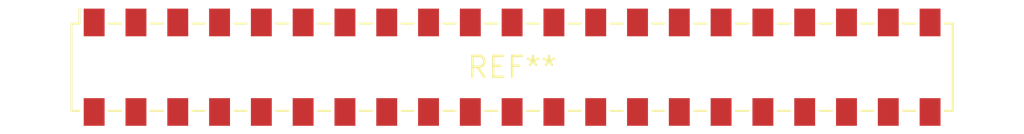
<source format=kicad_pcb>
(kicad_pcb (version 20240108) (generator pcbnew)
  (layers (0 "F.Cu" signal) (31 "B.Cu" signal) (34 "B.Paste" user) (35 "F.Paste" user) (36 "B.SilkS" user "B.Silkscreen") (37 "F.SilkS" user "F.Silkscreen") (38 "B.Mask" user) (39 "F.Mask" user) (44 "Edge.Cuts" user))
  (net 0 "")
  (footprint "Samtec_HLE-121-02-xxx-DV-BE-A_2x21_P2.54mm_Horizontal" (layer "F.Cu") (at 0 0)
    (property "Reference" "REF**")
    (property "Value" "Samtec_HLE-121-02-xxx-DV-BE-A_2x21_P2.54mm_Horizontal")
    (fp_line (start -26.78 -2.65) (end -26.78 2.65) (layer "F.SilkS") (stroke (width 0.12)))
    (fp_line (start -26.78 2.65) (end -26.295 2.65) (layer "F.SilkS") (stroke (width 0.12)))
    (fp_line (start -26.295 -3.56) (end -26.295 -2.65) (layer "F.SilkS") (stroke (width 0.12)))
    (fp_line (start -26.295 -2.65) (end -26.78 -2.65) (layer "F.SilkS") (stroke (width 0.12)))
    (fp_line (start -24.505 -2.65) (end -23.755 -2.65) (layer "F.SilkS") (stroke (width 0.12)))
    (fp_line (start -24.505 2.65) (end -23.755 2.65) (layer "F.SilkS") (stroke (width 0.12)))
    (fp_line (start -21.965 -2.65) (end -21.215 -2.65) (layer "F.SilkS") (stroke (width 0.12)))
    (fp_line (start -21.965 2.65) (end -21.215 2.65) (layer "F.SilkS") (stroke (width 0.12)))
    (fp_line (start -19.425 -2.65) (end -18.675 -2.65) (layer "F.SilkS") (stroke (width 0.12)))
    (fp_line (start -19.425 2.65) (end -18.675 2.65) (layer "F.SilkS") (stroke (width 0.12)))
    (fp_line (start -16.885 -2.65) (end -16.135 -2.65) (layer "F.SilkS") (stroke (width 0.12)))
    (fp_line (start -16.885 2.65) (end -16.135 2.65) (layer "F.SilkS") (stroke (width 0.12)))
    (fp_line (start -14.345 -2.65) (end -13.595 -2.65) (layer "F.SilkS") (stroke (width 0.12)))
    (fp_line (start -14.345 2.65) (end -13.595 2.65) (layer "F.SilkS") (stroke (width 0.12)))
    (fp_line (start -11.805 -2.65) (end -11.055 -2.65) (layer "F.SilkS") (stroke (width 0.12)))
    (fp_line (start -11.805 2.65) (end -11.055 2.65) (layer "F.SilkS") (stroke (width 0.12)))
    (fp_line (start -9.265 -2.65) (end -8.515 -2.65) (layer "F.SilkS") (stroke (width 0.12)))
    (fp_line (start -9.265 2.65) (end -8.515 2.65) (layer "F.SilkS") (stroke (width 0.12)))
    (fp_line (start -6.725 -2.65) (end -5.975 -2.65) (layer "F.SilkS") (stroke (width 0.12)))
    (fp_line (start -6.725 2.65) (end -5.975 2.65) (layer "F.SilkS") (stroke (width 0.12)))
    (fp_line (start -4.185 -2.65) (end -3.435 -2.65) (layer "F.SilkS") (stroke (width 0.12)))
    (fp_line (start -4.185 2.65) (end -3.435 2.65) (layer "F.SilkS") (stroke (width 0.12)))
    (fp_line (start -1.645 -2.65) (end -0.895 -2.65) (layer "F.SilkS") (stroke (width 0.12)))
    (fp_line (start -1.645 2.65) (end -0.895 2.65) (layer "F.SilkS") (stroke (width 0.12)))
    (fp_line (start 0.895 -2.65) (end 1.645 -2.65) (layer "F.SilkS") (stroke (width 0.12)))
    (fp_line (start 0.895 2.65) (end 1.645 2.65) (layer "F.SilkS") (stroke (width 0.12)))
    (fp_line (start 3.435 -2.65) (end 4.185 -2.65) (layer "F.SilkS") (stroke (width 0.12)))
    (fp_line (start 3.435 2.65) (end 4.185 2.65) (layer "F.SilkS") (stroke (width 0.12)))
    (fp_line (start 5.975 -2.65) (end 6.725 -2.65) (layer "F.SilkS") (stroke (width 0.12)))
    (fp_line (start 5.975 2.65) (end 6.725 2.65) (layer "F.SilkS") (stroke (width 0.12)))
    (fp_line (start 8.515 -2.65) (end 9.265 -2.65) (layer "F.SilkS") (stroke (width 0.12)))
    (fp_line (start 8.515 2.65) (end 9.265 2.65) (layer "F.SilkS") (stroke (width 0.12)))
    (fp_line (start 11.055 -2.65) (end 11.805 -2.65) (layer "F.SilkS") (stroke (width 0.12)))
    (fp_line (start 11.055 2.65) (end 11.805 2.65) (layer "F.SilkS") (stroke (width 0.12)))
    (fp_line (start 13.595 -2.65) (end 14.345 -2.65) (layer "F.SilkS") (stroke (width 0.12)))
    (fp_line (start 13.595 2.65) (end 14.345 2.65) (layer "F.SilkS") (stroke (width 0.12)))
    (fp_line (start 16.135 -2.65) (end 16.885 -2.65) (layer "F.SilkS") (stroke (width 0.12)))
    (fp_line (start 16.135 2.65) (end 16.885 2.65) (layer "F.SilkS") (stroke (width 0.12)))
    (fp_line (start 18.675 -2.65) (end 19.425 -2.65) (layer "F.SilkS") (stroke (width 0.12)))
    (fp_line (start 18.675 2.65) (end 19.425 2.65) (layer "F.SilkS") (stroke (width 0.12)))
    (fp_line (start 21.215 -2.65) (end 21.965 -2.65) (layer "F.SilkS") (stroke (width 0.12)))
    (fp_line (start 21.215 2.65) (end 21.965 2.65) (layer "F.SilkS") (stroke (width 0.12)))
    (fp_line (start 23.755 -2.65) (end 24.505 -2.65) (layer "F.SilkS") (stroke (width 0.12)))
    (fp_line (start 23.755 2.65) (end 24.505 2.65) (layer "F.SilkS") (stroke (width 0.12)))
    (fp_line (start 26.295 -2.65) (end 26.78 -2.65) (layer "F.SilkS") (stroke (width 0.12)))
    (fp_line (start 26.78 -2.65) (end 26.78 2.65) (layer "F.SilkS") (stroke (width 0.12)))
    (fp_line (start 26.78 2.65) (end 26.295 2.65) (layer "F.SilkS") (stroke (width 0.12)))
    (pad "" np_thru_hole circle (at -25.4 -1.27) (size 0.97 0.97) (drill 0.97) (layers *.Cu *.Mask))
    (pad "" np_thru_hole circle (at -25.4 1.27) (size 0.97 0.97) (drill 0.97) (layers *.Cu *.Mask))
    (pad "" np_thru_hole circle (at -24.13 0) (size 1.78 1.78) (drill 1.78) (layers *.Cu *.Mask))
    (pad "" np_thru_hole circle (at -22.86 -1.27) (size 0.97 0.97) (drill 0.97) (layers *.Cu *.Mask))
    (pad "" np_thru_hole circle (at -22.86 1.27) (size 0.97 0.97) (drill 0.97) (layers *.Cu *.Mask))
    (pad "" np_thru_hole circle (at -20.32 -1.27) (size 0.97 0.97) (drill 0.97) (layers *.Cu *.Mask))
    (pad "" np_thru_hole circle (at -20.32 1.27) (size 0.97 0.97) (drill 0.97) (layers *.Cu *.Mask))
    (pad "" np_thru_hole circle (at -17.78 -1.27) (size 0.97 0.97) (drill 0.97) (layers *.Cu *.Mask))
    (pad "" np_thru_hole circle (at -17.78 1.27) (size 0.97 0.97) (drill 0.97) (layers *.Cu *.Mask))
    (pad "" np_thru_hole circle (at -15.24 -1.27) (size 0.97 0.97) (drill 0.97) (layers *.Cu *.Mask))
    (pad "" np_thru_hole circle (at -15.24 1.27) (size 0.97 0.97) (drill 0.97) (layers *.Cu *.Mask))
    (pad "" np_thru_hole circle (at -12.7 -1.27) (size 0.97 0.97) (drill 0.97) (layers *.Cu *.Mask))
    (pad "" np_thru_hole circle (at -12.7 1.27) (size 0.97 0.97) (drill 0.97) (layers *.Cu *.Mask))
    (pad "" np_thru_hole circle (at -10.16 -1.27) (size 0.97 0.97) (drill 0.97) (layers *.Cu *.Mask))
    (pad "" np_thru_hole circle (at -10.16 1.27) (size 0.97 0.97) (drill 0.97) (layers *.Cu *.Mask))
    (pad "" np_thru_hole circle (at -7.62 -1.27) (size 0.97 0.97) (drill 0.97) (layers *.Cu *.Mask))
    (pad "" np_thru_hole circle (at -7.62 1.27) (size 0.97 0.97) (drill 0.97) (layers *.Cu *.Mask))
    (pad "" np_thru_hole circle (at -5.08 -1.27) (size 0.97 0.97) (drill 0.97) (layers *.Cu *.Mask))
    (pad "" np_thru_hole circle (at -5.08 1.27) (size 0.97 0.97) (drill 0.97) (layers *.Cu *.Mask))
    (pad "" np_thru_hole circle (at -2.54 -1.27) (size 0.97 0.97) (drill 0.97) (layers *.Cu *.Mask))
    (pad "" np_thru_hole circle (at -2.54 1.27) (size 0.97 0.97) (drill 0.97) (layers *.Cu *.Mask))
    (pad "" np_thru_hole circle (at 0 -1.27) (size 0.97 0.97) (drill 0.97) (layers *.Cu *.Mask))
    (pad "" np_thru_hole circle (at 0 1.27) (size 0.97 0.97) (drill 0.97) (layers *.Cu *.Mask))
    (pad "" np_thru_hole circle (at 2.54 -1.27) (size 0.97 0.97) (drill 0.97) (layers *.Cu *.Mask))
    (pad "" np_thru_hole circle (at 2.54 1.27) (size 0.97 0.97) (drill 0.97) (layers *.Cu *.Mask))
    (pad "" np_thru_hole circle (at 5.08 -1.27) (size 0.97 0.97) (drill 0.97) (layers *.Cu *.Mask))
    (pad "" np_thru_hole circle (at 5.08 1.27) (size 0.97 0.97) (drill 0.97) (layers *.Cu *.Mask))
    (pad "" np_thru_hole circle (at 7.62 -1.27) (size 0.97 0.97) (drill 0.97) (layers *.Cu *.Mask))
    (pad "" np_thru_hole circle (at 7.62 1.27) (size 0.97 0.97) (drill 0.97) (layers *.Cu *.Mask))
    (pad "" np_thru_hole circle (at 10.16 -1.27) (size 0.97 0.97) (drill 0.97) (layers *.Cu *.Mask))
    (pad "" np_thru_hole circle (at 10.16 1.27) (size 0.97 0.97) (drill 0.97) (layers *.Cu *.Mask))
    (pad "" np_thru_hole circle (at 12.7 -1.27) (size 0.97 0.97) (drill 0.97) (layers *.Cu *.Mask))
    (pad "" np_thru_hole circle (at 12.7 1.27) (size 0.97 0.97) (drill 0.97) (layers *.Cu *.Mask))
    (pad "" np_thru_hole circle (at 15.24 -1.27) (size 0.97 0.97) (drill 0.97) (layers *.Cu *.Mask))
    (pad "" np_thru_hole circle (at 15.24 1.27) (size 0.97 0.97) (drill 0.97) (layers *.Cu *.Mask))
    (pad "" np_thru_hole circle (at 17.78 -1.27) (size 0.97 0.97) (drill 0.97) (layers *.Cu *.Mask))
    (pad "" np_thru_hole circle (at 17.78 1.27) (size 0.97 0.97) (drill 0.97) (layers *.Cu *.Mask))
    (pad "" np_thru_hole circle (at 20.32 -1.27) (size 0.97 0.97) (drill 0.97) (layers *.Cu *.Mask))
    (pad "" np_thru_hole circle (at 20.32 1.27) (size 0.97 0.97) (drill 0.97) (layers *.Cu *.Mask))
    (pad "" np_thru_hole circle (at 22.86 -1.27) (size 0.97 0.97) (drill 0.97) (layers *.Cu *.Mask))
    (pad "" np_thru_hole circle (at 22.86 1.27) (size 0.97 0.97) (drill 0.97) (layers *.Cu *.Mask))
    (pad "" np_thru_hole circle (at 24.13 0) (size 1.78 1.78) (drill 1.78) (layers *.Cu *.Mask))
    (pad "" np_thru_hole circle (at 25.4 -1.27) (size 0.97 0.97) (drill 0.97) (layers *.Cu *.Mask))
    (pad "" np_thru_hole circle (at 25.4 1.27) (size 0.97 0.97) (drill 0.97) (layers *.Cu *.Mask))
    (pad "1" smd rect (at -25.4 -2.72) (size 1.27 1.68) (layers "F.Cu" "F.Paste" "F.Mask"))
    (pad "2" smd rect (at -25.4 2.72) (size 1.27 1.68) (layers "F.Cu" "F.Paste" "F.Mask"))
    (pad "3" smd rect (at -22.86 -2.72) (size 1.27 1.68) (layers "F.Cu" "F.Paste" "F.Mask"))
    (pad "4" smd rect (at -22.86 2.72) (size 1.27 1.68) (layers "F.Cu" "F.Paste" "F.Mask"))
    (pad "5" smd rect (at -20.32 -2.72) (size 1.27 1.68) (layers "F.Cu" "F.Paste" "F.Mask"))
    (pad "6" smd rect (at -20.32 2.72) (size 1.27 1.68) (layers "F.Cu" "F.Paste" "F.Mask"))
    (pad "7" smd rect (at -17.78 -2.72) (size 1.27 1.68) (layers "F.Cu" "F.Paste" "F.Mask"))
    (pad "8" smd rect (at -17.78 2.72) (size 1.27 1.68) (layers "F.Cu" "F.Paste" "F.Mask"))
    (pad "9" smd rect (at -15.24 -2.72) (size 1.27 1.68) (layers "F.Cu" "F.Paste" "F.Mask"))
    (pad "10" smd rect (at -15.24 2.72) (size 1.27 1.68) (layers "F.Cu" "F.Paste" "F.Mask"))
    (pad "11" smd rect (at -12.7 -2.72) (size 1.27 1.68) (layers "F.Cu" "F.Paste" "F.Mask"))
    (pad "12" smd rect (at -12.7 2.72) (size 1.27 1.68) (layers "F.Cu" "F.Paste" "F.Mask"))
    (pad "13" smd rect (at -10.16 -2.72) (size 1.27 1.68) (layers "F.Cu" "F.Paste" "F.Mask"))
    (pad "14" smd rect (at -10.16 2.72) (size 1.27 1.68) (layers "F.Cu" "F.Paste" "F.Mask"))
    (pad "15" smd rect (at -7.62 -2.72) (size 1.27 1.68) (layers "F.Cu" "F.Paste" "F.Mask"))
    (pad "16" smd rect (at -7.62 2.72) (size 1.27 1.68) (layers "F.Cu" "F.Paste" "F.Mask"))
    (pad "17" smd rect (at -5.08 -2.72) (size 1.27 1.68) (layers "F.Cu" "F.Paste" "F.Mask"))
    (pad "18" smd rect (at -5.08 2.72) (size 1.27 1.68) (layers "F.Cu" "F.Paste" "F.Mask"))
    (pad "19" smd rect (at -2.54 -2.72) (size 1.27 1.68) (layers "F.Cu" "F.Paste" "F.Mask"))
    (pad "20" smd rect (at -2.54 2.72) (size 1.27 1.68) (layers "F.Cu" "F.Paste" "F.Mask"))
    (pad "21" smd rect (at 0 -2.72) (size 1.27 1.68) (layers "F.Cu" "F.Paste" "F.Mask"))
    (pad "22" smd rect (at 0 2.72) (size 1.27 1.68) (layers "F.Cu" "F.Paste" "F.Mask"))
    (pad "23" smd rect (at 2.54 -2.72) (size 1.27 1.68) (layers "F.Cu" "F.Paste" "F.Mask"))
    (pad "24" smd rect (at 2.54 2.72) (size 1.27 1.68) (layers "F.Cu" "F.Paste" "F.Mask"))
    (pad "25" smd rect (at 5.08 -2.72) (size 1.27 1.68) (layers "F.Cu" "F.Paste" "F.Mask"))
    (pad "26" smd rect (at 5.08 2.72) (size 1.27 1.68) (layers "F.Cu" "F.Paste" "F.Mask"))
    (pad "27" smd rect (at 7.62 -2.72) (size 1.27 1.68) (layers "F.Cu" "F.Paste" "F.Mask"))
    (pad "28" smd rect (at 7.62 2.72) (size 1.27 1.68) (layers "F.Cu" "F.Paste" "F.Mask"))
    (pad "29" smd rect (at 10.16 -2.72) (size 1.27 1.68) (layers "F.Cu" "F.Paste" "F.Mask"))
    (pad "30" smd rect (at 10.16 2.72) (size 1.27 1.68) (layers "F.Cu" "F.Paste" "F.Mask"))
    (pad "31" smd rect (at 12.7 -2.72) (size 1.27 1.68) (layers "F.Cu" "F.Paste" "F.Mask"))
    (pad "32" smd rect (at 12.7 2.72) (size 1.27 1.68) (layers "F.Cu" "F.Paste" "F.Mask"))
    (pad "33" smd rect (at 15.24 -2.72) (size 1.27 1.68) (layers "F.Cu" "F.Paste" "F.Mask"))
    (pad "34" smd rect (at 15.24 2.72) (size 1.27 1.68) (layers "F.Cu" "F.Paste" "F.Mask"))
    (pad "35" smd rect (at 17.78 -2.72) (size 1.27 1.68) (layers "F.Cu" "F.Paste" "F.Mask"))
    (pad "36" smd rect (at 17.78 2.72) (size 1.27 1.68) (layers "F.Cu" "F.Paste" "F.Mask"))
    (pad "37" smd rect (at 20.32 -2.72) (size 1.27 1.68) (layers "F.Cu" "F.Paste" "F.Mask"))
    (pad "38" smd rect (at 20.32 2.72) (size 1.27 1.68) (layers "F.Cu" "F.Paste" "F.Mask"))
    (pad "39" smd rect (at 22.86 -2.72) (size 1.27 1.68) (layers "F.Cu" "F.Paste" "F.Mask"))
    (pad "40" smd rect (at 22.86 2.72) (size 1.27 1.68) (layers "F.Cu" "F.Paste" "F.Mask"))
    (pad "41" smd rect (at 25.4 -2.72) (size 1.27 1.68) (layers "F.Cu" "F.Paste" "F.Mask"))
    (pad "42" smd rect (at 25.4 2.72) (size 1.27 1.68) (layers "F.Cu" "F.Paste" "F.Mask"))
  )
)
</source>
